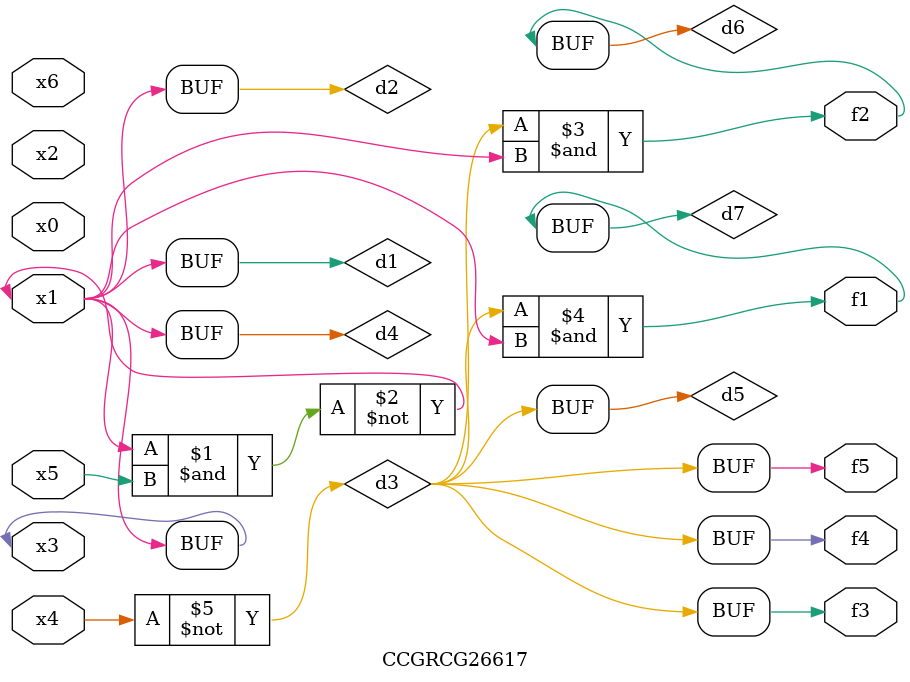
<source format=v>
module CCGRCG26617(
	input x0, x1, x2, x3, x4, x5, x6,
	output f1, f2, f3, f4, f5
);

	wire d1, d2, d3, d4, d5, d6, d7;

	buf (d1, x1, x3);
	nand (d2, x1, x5);
	not (d3, x4);
	buf (d4, d1, d2);
	buf (d5, d3);
	and (d6, d3, d4);
	and (d7, d3, d4);
	assign f1 = d7;
	assign f2 = d6;
	assign f3 = d5;
	assign f4 = d5;
	assign f5 = d5;
endmodule

</source>
